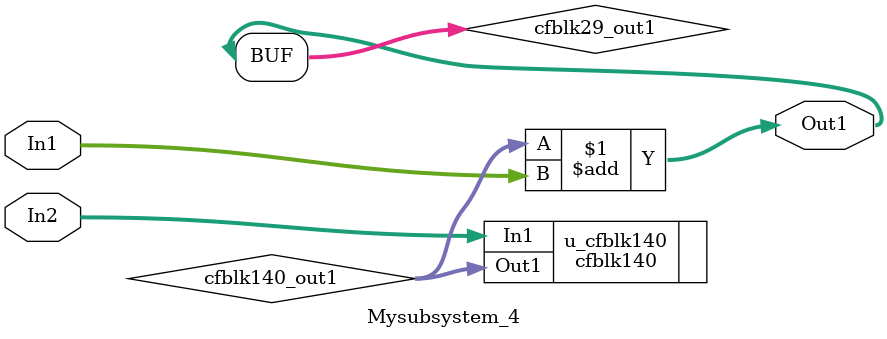
<source format=v>



`timescale 1 ns / 1 ns

module Mysubsystem_4
          (In1,
           In2,
           Out1);


  input   [7:0] In1;  // uint8
  input   [7:0] In2;  // uint8
  output  [7:0] Out1;  // uint8


  wire [7:0] cfblk140_out1;  // uint8
  wire [7:0] cfblk29_out1;  // uint8


  cfblk140 u_cfblk140 (.In1(In2),  // uint8
                       .Out1(cfblk140_out1)  // uint8
                       );

  assign cfblk29_out1 = cfblk140_out1 + In1;



  assign Out1 = cfblk29_out1;

endmodule  // Mysubsystem_4


</source>
